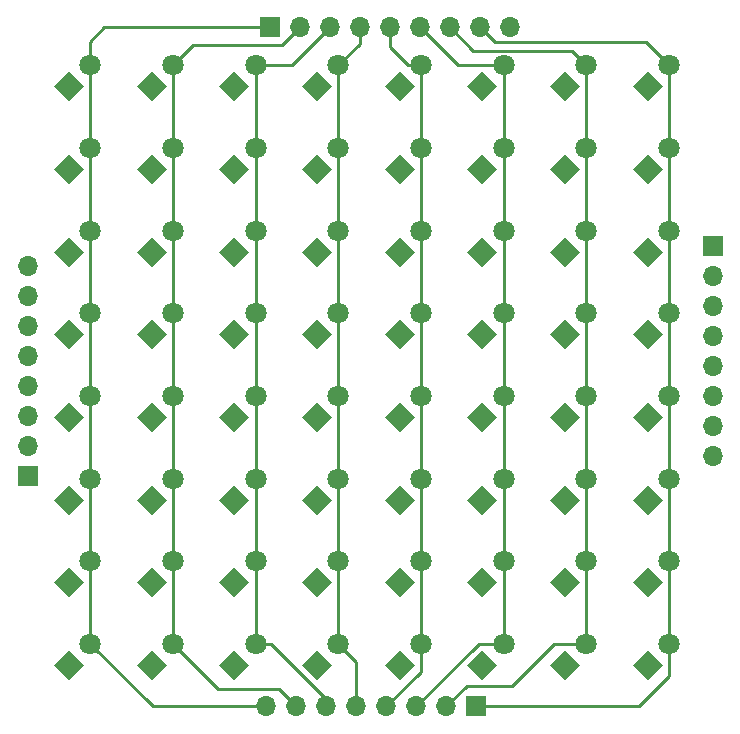
<source format=gbr>
%TF.GenerationSoftware,KiCad,Pcbnew,(5.1.6)-1*%
%TF.CreationDate,2020-05-26T21:01:59-04:00*%
%TF.ProjectId,ArduinoLife2_Display,41726475-696e-46f4-9c69-6665325f4469,rev?*%
%TF.SameCoordinates,Original*%
%TF.FileFunction,Copper,L1,Top*%
%TF.FilePolarity,Positive*%
%FSLAX46Y46*%
G04 Gerber Fmt 4.6, Leading zero omitted, Abs format (unit mm)*
G04 Created by KiCad (PCBNEW (5.1.6)-1) date 2020-05-26 21:01:59*
%MOMM*%
%LPD*%
G01*
G04 APERTURE LIST*
%TA.AperFunction,ComponentPad*%
%ADD10O,1.700000X1.700000*%
%TD*%
%TA.AperFunction,ComponentPad*%
%ADD11R,1.700000X1.700000*%
%TD*%
%TA.AperFunction,ComponentPad*%
%ADD12C,0.100000*%
%TD*%
%TA.AperFunction,ComponentPad*%
%ADD13C,1.800000*%
%TD*%
%TA.AperFunction,Conductor*%
%ADD14C,0.250000*%
%TD*%
G04 APERTURE END LIST*
D10*
%TO.P,J1,9*%
%TO.N,N/C*%
X141320000Y-77000000D03*
%TO.P,J1,8*%
%TO.N,/C7*%
X138780000Y-77000000D03*
%TO.P,J1,7*%
%TO.N,/C6*%
X136240000Y-77000000D03*
%TO.P,J1,6*%
%TO.N,/C5*%
X133700000Y-77000000D03*
%TO.P,J1,5*%
%TO.N,/C4*%
X131160000Y-77000000D03*
%TO.P,J1,4*%
%TO.N,/C3*%
X128620000Y-77000000D03*
%TO.P,J1,3*%
%TO.N,/C2*%
X126080000Y-77000000D03*
%TO.P,J1,2*%
%TO.N,/C1*%
X123540000Y-77000000D03*
D11*
%TO.P,J1,1*%
%TO.N,/C0*%
X121000000Y-77000000D03*
%TD*%
%TA.AperFunction,ComponentPad*%
D12*
%TO.P,D1,1*%
%TO.N,/R0*%
G36*
X104000000Y-83272792D02*
G01*
X102727208Y-82000000D01*
X104000000Y-80727208D01*
X105272792Y-82000000D01*
X104000000Y-83272792D01*
G37*
%TD.AperFunction*%
D13*
%TO.P,D1,2*%
%TO.N,/C0*%
X105796051Y-80203949D03*
%TD*%
%TO.P,D2,2*%
%TO.N,/C1*%
X112796051Y-80203949D03*
%TA.AperFunction,ComponentPad*%
D12*
%TO.P,D2,1*%
%TO.N,/R0*%
G36*
X111000000Y-83272792D02*
G01*
X109727208Y-82000000D01*
X111000000Y-80727208D01*
X112272792Y-82000000D01*
X111000000Y-83272792D01*
G37*
%TD.AperFunction*%
%TD*%
%TA.AperFunction,ComponentPad*%
%TO.P,D3,1*%
%TO.N,/R0*%
G36*
X118000000Y-83272792D02*
G01*
X116727208Y-82000000D01*
X118000000Y-80727208D01*
X119272792Y-82000000D01*
X118000000Y-83272792D01*
G37*
%TD.AperFunction*%
D13*
%TO.P,D3,2*%
%TO.N,/C2*%
X119796051Y-80203949D03*
%TD*%
%TO.P,D4,2*%
%TO.N,/C3*%
X126796051Y-80203949D03*
%TA.AperFunction,ComponentPad*%
D12*
%TO.P,D4,1*%
%TO.N,/R0*%
G36*
X125000000Y-83272792D02*
G01*
X123727208Y-82000000D01*
X125000000Y-80727208D01*
X126272792Y-82000000D01*
X125000000Y-83272792D01*
G37*
%TD.AperFunction*%
%TD*%
D13*
%TO.P,D5,2*%
%TO.N,/C4*%
X133796051Y-80203949D03*
%TA.AperFunction,ComponentPad*%
D12*
%TO.P,D5,1*%
%TO.N,/R0*%
G36*
X132000000Y-83272792D02*
G01*
X130727208Y-82000000D01*
X132000000Y-80727208D01*
X133272792Y-82000000D01*
X132000000Y-83272792D01*
G37*
%TD.AperFunction*%
%TD*%
%TA.AperFunction,ComponentPad*%
%TO.P,D6,1*%
%TO.N,/R0*%
G36*
X139000000Y-83272792D02*
G01*
X137727208Y-82000000D01*
X139000000Y-80727208D01*
X140272792Y-82000000D01*
X139000000Y-83272792D01*
G37*
%TD.AperFunction*%
D13*
%TO.P,D6,2*%
%TO.N,/C5*%
X140796051Y-80203949D03*
%TD*%
%TA.AperFunction,ComponentPad*%
D12*
%TO.P,D7,1*%
%TO.N,/R0*%
G36*
X146000000Y-83272792D02*
G01*
X144727208Y-82000000D01*
X146000000Y-80727208D01*
X147272792Y-82000000D01*
X146000000Y-83272792D01*
G37*
%TD.AperFunction*%
D13*
%TO.P,D7,2*%
%TO.N,/C6*%
X147796051Y-80203949D03*
%TD*%
%TO.P,D8,2*%
%TO.N,/C7*%
X154796051Y-80203949D03*
%TA.AperFunction,ComponentPad*%
D12*
%TO.P,D8,1*%
%TO.N,/R0*%
G36*
X153000000Y-83272792D02*
G01*
X151727208Y-82000000D01*
X153000000Y-80727208D01*
X154272792Y-82000000D01*
X153000000Y-83272792D01*
G37*
%TD.AperFunction*%
%TD*%
%TA.AperFunction,ComponentPad*%
%TO.P,D9,1*%
%TO.N,/R1*%
G36*
X104000000Y-90272792D02*
G01*
X102727208Y-89000000D01*
X104000000Y-87727208D01*
X105272792Y-89000000D01*
X104000000Y-90272792D01*
G37*
%TD.AperFunction*%
D13*
%TO.P,D9,2*%
%TO.N,/C0*%
X105796051Y-87203949D03*
%TD*%
%TO.P,D10,2*%
%TO.N,/C1*%
X112796051Y-87203949D03*
%TA.AperFunction,ComponentPad*%
D12*
%TO.P,D10,1*%
%TO.N,/R1*%
G36*
X111000000Y-90272792D02*
G01*
X109727208Y-89000000D01*
X111000000Y-87727208D01*
X112272792Y-89000000D01*
X111000000Y-90272792D01*
G37*
%TD.AperFunction*%
%TD*%
%TA.AperFunction,ComponentPad*%
%TO.P,D11,1*%
%TO.N,/R1*%
G36*
X118000000Y-90272792D02*
G01*
X116727208Y-89000000D01*
X118000000Y-87727208D01*
X119272792Y-89000000D01*
X118000000Y-90272792D01*
G37*
%TD.AperFunction*%
D13*
%TO.P,D11,2*%
%TO.N,/C2*%
X119796051Y-87203949D03*
%TD*%
%TO.P,D12,2*%
%TO.N,/C3*%
X126796051Y-87203949D03*
%TA.AperFunction,ComponentPad*%
D12*
%TO.P,D12,1*%
%TO.N,/R1*%
G36*
X125000000Y-90272792D02*
G01*
X123727208Y-89000000D01*
X125000000Y-87727208D01*
X126272792Y-89000000D01*
X125000000Y-90272792D01*
G37*
%TD.AperFunction*%
%TD*%
%TA.AperFunction,ComponentPad*%
%TO.P,D13,1*%
%TO.N,/R1*%
G36*
X132000000Y-90272792D02*
G01*
X130727208Y-89000000D01*
X132000000Y-87727208D01*
X133272792Y-89000000D01*
X132000000Y-90272792D01*
G37*
%TD.AperFunction*%
D13*
%TO.P,D13,2*%
%TO.N,/C4*%
X133796051Y-87203949D03*
%TD*%
%TO.P,D14,2*%
%TO.N,/C5*%
X140796051Y-87203949D03*
%TA.AperFunction,ComponentPad*%
D12*
%TO.P,D14,1*%
%TO.N,/R1*%
G36*
X139000000Y-90272792D02*
G01*
X137727208Y-89000000D01*
X139000000Y-87727208D01*
X140272792Y-89000000D01*
X139000000Y-90272792D01*
G37*
%TD.AperFunction*%
%TD*%
%TA.AperFunction,ComponentPad*%
%TO.P,D15,1*%
%TO.N,/R1*%
G36*
X146000000Y-90272792D02*
G01*
X144727208Y-89000000D01*
X146000000Y-87727208D01*
X147272792Y-89000000D01*
X146000000Y-90272792D01*
G37*
%TD.AperFunction*%
D13*
%TO.P,D15,2*%
%TO.N,/C6*%
X147796051Y-87203949D03*
%TD*%
%TO.P,D16,2*%
%TO.N,/C7*%
X154796051Y-87203949D03*
%TA.AperFunction,ComponentPad*%
D12*
%TO.P,D16,1*%
%TO.N,/R1*%
G36*
X153000000Y-90272792D02*
G01*
X151727208Y-89000000D01*
X153000000Y-87727208D01*
X154272792Y-89000000D01*
X153000000Y-90272792D01*
G37*
%TD.AperFunction*%
%TD*%
%TA.AperFunction,ComponentPad*%
%TO.P,D17,1*%
%TO.N,/R2*%
G36*
X104000000Y-97272792D02*
G01*
X102727208Y-96000000D01*
X104000000Y-94727208D01*
X105272792Y-96000000D01*
X104000000Y-97272792D01*
G37*
%TD.AperFunction*%
D13*
%TO.P,D17,2*%
%TO.N,/C0*%
X105796051Y-94203949D03*
%TD*%
%TO.P,D18,2*%
%TO.N,/C1*%
X112796051Y-94203949D03*
%TA.AperFunction,ComponentPad*%
D12*
%TO.P,D18,1*%
%TO.N,/R2*%
G36*
X111000000Y-97272792D02*
G01*
X109727208Y-96000000D01*
X111000000Y-94727208D01*
X112272792Y-96000000D01*
X111000000Y-97272792D01*
G37*
%TD.AperFunction*%
%TD*%
%TA.AperFunction,ComponentPad*%
%TO.P,D19,1*%
%TO.N,/R2*%
G36*
X118000000Y-97272792D02*
G01*
X116727208Y-96000000D01*
X118000000Y-94727208D01*
X119272792Y-96000000D01*
X118000000Y-97272792D01*
G37*
%TD.AperFunction*%
D13*
%TO.P,D19,2*%
%TO.N,/C2*%
X119796051Y-94203949D03*
%TD*%
%TO.P,D20,2*%
%TO.N,/C3*%
X126796051Y-94203949D03*
%TA.AperFunction,ComponentPad*%
D12*
%TO.P,D20,1*%
%TO.N,/R2*%
G36*
X125000000Y-97272792D02*
G01*
X123727208Y-96000000D01*
X125000000Y-94727208D01*
X126272792Y-96000000D01*
X125000000Y-97272792D01*
G37*
%TD.AperFunction*%
%TD*%
D13*
%TO.P,D21,2*%
%TO.N,/C4*%
X133796051Y-94203949D03*
%TA.AperFunction,ComponentPad*%
D12*
%TO.P,D21,1*%
%TO.N,/R2*%
G36*
X132000000Y-97272792D02*
G01*
X130727208Y-96000000D01*
X132000000Y-94727208D01*
X133272792Y-96000000D01*
X132000000Y-97272792D01*
G37*
%TD.AperFunction*%
%TD*%
%TA.AperFunction,ComponentPad*%
%TO.P,D22,1*%
%TO.N,/R2*%
G36*
X139000000Y-97272792D02*
G01*
X137727208Y-96000000D01*
X139000000Y-94727208D01*
X140272792Y-96000000D01*
X139000000Y-97272792D01*
G37*
%TD.AperFunction*%
D13*
%TO.P,D22,2*%
%TO.N,/C5*%
X140796051Y-94203949D03*
%TD*%
%TA.AperFunction,ComponentPad*%
D12*
%TO.P,D23,1*%
%TO.N,/R2*%
G36*
X146000000Y-97272792D02*
G01*
X144727208Y-96000000D01*
X146000000Y-94727208D01*
X147272792Y-96000000D01*
X146000000Y-97272792D01*
G37*
%TD.AperFunction*%
D13*
%TO.P,D23,2*%
%TO.N,/C6*%
X147796051Y-94203949D03*
%TD*%
%TO.P,D24,2*%
%TO.N,/C7*%
X154796051Y-94203949D03*
%TA.AperFunction,ComponentPad*%
D12*
%TO.P,D24,1*%
%TO.N,/R2*%
G36*
X153000000Y-97272792D02*
G01*
X151727208Y-96000000D01*
X153000000Y-94727208D01*
X154272792Y-96000000D01*
X153000000Y-97272792D01*
G37*
%TD.AperFunction*%
%TD*%
%TA.AperFunction,ComponentPad*%
%TO.P,D25,1*%
%TO.N,/R3*%
G36*
X104000000Y-104272792D02*
G01*
X102727208Y-103000000D01*
X104000000Y-101727208D01*
X105272792Y-103000000D01*
X104000000Y-104272792D01*
G37*
%TD.AperFunction*%
D13*
%TO.P,D25,2*%
%TO.N,/C0*%
X105796051Y-101203949D03*
%TD*%
%TO.P,D26,2*%
%TO.N,/C1*%
X112796051Y-101203949D03*
%TA.AperFunction,ComponentPad*%
D12*
%TO.P,D26,1*%
%TO.N,/R3*%
G36*
X111000000Y-104272792D02*
G01*
X109727208Y-103000000D01*
X111000000Y-101727208D01*
X112272792Y-103000000D01*
X111000000Y-104272792D01*
G37*
%TD.AperFunction*%
%TD*%
%TA.AperFunction,ComponentPad*%
%TO.P,D27,1*%
%TO.N,/R3*%
G36*
X118000000Y-104272792D02*
G01*
X116727208Y-103000000D01*
X118000000Y-101727208D01*
X119272792Y-103000000D01*
X118000000Y-104272792D01*
G37*
%TD.AperFunction*%
D13*
%TO.P,D27,2*%
%TO.N,/C2*%
X119796051Y-101203949D03*
%TD*%
%TA.AperFunction,ComponentPad*%
D12*
%TO.P,D28,1*%
%TO.N,/R3*%
G36*
X125000000Y-104272792D02*
G01*
X123727208Y-103000000D01*
X125000000Y-101727208D01*
X126272792Y-103000000D01*
X125000000Y-104272792D01*
G37*
%TD.AperFunction*%
D13*
%TO.P,D28,2*%
%TO.N,/C3*%
X126796051Y-101203949D03*
%TD*%
%TA.AperFunction,ComponentPad*%
D12*
%TO.P,D29,1*%
%TO.N,/R3*%
G36*
X132000000Y-104272792D02*
G01*
X130727208Y-103000000D01*
X132000000Y-101727208D01*
X133272792Y-103000000D01*
X132000000Y-104272792D01*
G37*
%TD.AperFunction*%
D13*
%TO.P,D29,2*%
%TO.N,/C4*%
X133796051Y-101203949D03*
%TD*%
%TO.P,D30,2*%
%TO.N,/C5*%
X140796051Y-101203949D03*
%TA.AperFunction,ComponentPad*%
D12*
%TO.P,D30,1*%
%TO.N,/R3*%
G36*
X139000000Y-104272792D02*
G01*
X137727208Y-103000000D01*
X139000000Y-101727208D01*
X140272792Y-103000000D01*
X139000000Y-104272792D01*
G37*
%TD.AperFunction*%
%TD*%
%TA.AperFunction,ComponentPad*%
%TO.P,D31,1*%
%TO.N,/R3*%
G36*
X146000000Y-104272792D02*
G01*
X144727208Y-103000000D01*
X146000000Y-101727208D01*
X147272792Y-103000000D01*
X146000000Y-104272792D01*
G37*
%TD.AperFunction*%
D13*
%TO.P,D31,2*%
%TO.N,/C6*%
X147796051Y-101203949D03*
%TD*%
%TO.P,D32,2*%
%TO.N,/C7*%
X154796051Y-101203949D03*
%TA.AperFunction,ComponentPad*%
D12*
%TO.P,D32,1*%
%TO.N,/R3*%
G36*
X153000000Y-104272792D02*
G01*
X151727208Y-103000000D01*
X153000000Y-101727208D01*
X154272792Y-103000000D01*
X153000000Y-104272792D01*
G37*
%TD.AperFunction*%
%TD*%
%TA.AperFunction,ComponentPad*%
%TO.P,D33,1*%
%TO.N,/R4*%
G36*
X104000000Y-111272792D02*
G01*
X102727208Y-110000000D01*
X104000000Y-108727208D01*
X105272792Y-110000000D01*
X104000000Y-111272792D01*
G37*
%TD.AperFunction*%
D13*
%TO.P,D33,2*%
%TO.N,/C0*%
X105796051Y-108203949D03*
%TD*%
%TO.P,D34,2*%
%TO.N,/C1*%
X112796051Y-108203949D03*
%TA.AperFunction,ComponentPad*%
D12*
%TO.P,D34,1*%
%TO.N,/R4*%
G36*
X111000000Y-111272792D02*
G01*
X109727208Y-110000000D01*
X111000000Y-108727208D01*
X112272792Y-110000000D01*
X111000000Y-111272792D01*
G37*
%TD.AperFunction*%
%TD*%
%TA.AperFunction,ComponentPad*%
%TO.P,D35,1*%
%TO.N,/R4*%
G36*
X118000000Y-111272792D02*
G01*
X116727208Y-110000000D01*
X118000000Y-108727208D01*
X119272792Y-110000000D01*
X118000000Y-111272792D01*
G37*
%TD.AperFunction*%
D13*
%TO.P,D35,2*%
%TO.N,/C2*%
X119796051Y-108203949D03*
%TD*%
%TO.P,D36,2*%
%TO.N,/C3*%
X126796051Y-108203949D03*
%TA.AperFunction,ComponentPad*%
D12*
%TO.P,D36,1*%
%TO.N,/R4*%
G36*
X125000000Y-111272792D02*
G01*
X123727208Y-110000000D01*
X125000000Y-108727208D01*
X126272792Y-110000000D01*
X125000000Y-111272792D01*
G37*
%TD.AperFunction*%
%TD*%
D13*
%TO.P,D37,2*%
%TO.N,/C4*%
X133796051Y-108203949D03*
%TA.AperFunction,ComponentPad*%
D12*
%TO.P,D37,1*%
%TO.N,/R4*%
G36*
X132000000Y-111272792D02*
G01*
X130727208Y-110000000D01*
X132000000Y-108727208D01*
X133272792Y-110000000D01*
X132000000Y-111272792D01*
G37*
%TD.AperFunction*%
%TD*%
D13*
%TO.P,D38,2*%
%TO.N,/C5*%
X140796051Y-108203949D03*
%TA.AperFunction,ComponentPad*%
D12*
%TO.P,D38,1*%
%TO.N,/R4*%
G36*
X139000000Y-111272792D02*
G01*
X137727208Y-110000000D01*
X139000000Y-108727208D01*
X140272792Y-110000000D01*
X139000000Y-111272792D01*
G37*
%TD.AperFunction*%
%TD*%
%TA.AperFunction,ComponentPad*%
%TO.P,D39,1*%
%TO.N,/R4*%
G36*
X146000000Y-111272792D02*
G01*
X144727208Y-110000000D01*
X146000000Y-108727208D01*
X147272792Y-110000000D01*
X146000000Y-111272792D01*
G37*
%TD.AperFunction*%
D13*
%TO.P,D39,2*%
%TO.N,/C6*%
X147796051Y-108203949D03*
%TD*%
%TO.P,D40,2*%
%TO.N,/C7*%
X154796051Y-108203949D03*
%TA.AperFunction,ComponentPad*%
D12*
%TO.P,D40,1*%
%TO.N,/R4*%
G36*
X153000000Y-111272792D02*
G01*
X151727208Y-110000000D01*
X153000000Y-108727208D01*
X154272792Y-110000000D01*
X153000000Y-111272792D01*
G37*
%TD.AperFunction*%
%TD*%
%TA.AperFunction,ComponentPad*%
%TO.P,D41,1*%
%TO.N,/R5*%
G36*
X104000000Y-118272792D02*
G01*
X102727208Y-117000000D01*
X104000000Y-115727208D01*
X105272792Y-117000000D01*
X104000000Y-118272792D01*
G37*
%TD.AperFunction*%
D13*
%TO.P,D41,2*%
%TO.N,/C0*%
X105796051Y-115203949D03*
%TD*%
%TO.P,D42,2*%
%TO.N,/C1*%
X112796051Y-115203949D03*
%TA.AperFunction,ComponentPad*%
D12*
%TO.P,D42,1*%
%TO.N,/R5*%
G36*
X111000000Y-118272792D02*
G01*
X109727208Y-117000000D01*
X111000000Y-115727208D01*
X112272792Y-117000000D01*
X111000000Y-118272792D01*
G37*
%TD.AperFunction*%
%TD*%
%TA.AperFunction,ComponentPad*%
%TO.P,D43,1*%
%TO.N,/R5*%
G36*
X118000000Y-118272792D02*
G01*
X116727208Y-117000000D01*
X118000000Y-115727208D01*
X119272792Y-117000000D01*
X118000000Y-118272792D01*
G37*
%TD.AperFunction*%
D13*
%TO.P,D43,2*%
%TO.N,/C2*%
X119796051Y-115203949D03*
%TD*%
%TO.P,D44,2*%
%TO.N,/C3*%
X126796051Y-115203949D03*
%TA.AperFunction,ComponentPad*%
D12*
%TO.P,D44,1*%
%TO.N,/R5*%
G36*
X125000000Y-118272792D02*
G01*
X123727208Y-117000000D01*
X125000000Y-115727208D01*
X126272792Y-117000000D01*
X125000000Y-118272792D01*
G37*
%TD.AperFunction*%
%TD*%
%TA.AperFunction,ComponentPad*%
%TO.P,D45,1*%
%TO.N,/R5*%
G36*
X132000000Y-118272792D02*
G01*
X130727208Y-117000000D01*
X132000000Y-115727208D01*
X133272792Y-117000000D01*
X132000000Y-118272792D01*
G37*
%TD.AperFunction*%
D13*
%TO.P,D45,2*%
%TO.N,/C4*%
X133796051Y-115203949D03*
%TD*%
%TO.P,D46,2*%
%TO.N,/C5*%
X140796051Y-115203949D03*
%TA.AperFunction,ComponentPad*%
D12*
%TO.P,D46,1*%
%TO.N,/R5*%
G36*
X139000000Y-118272792D02*
G01*
X137727208Y-117000000D01*
X139000000Y-115727208D01*
X140272792Y-117000000D01*
X139000000Y-118272792D01*
G37*
%TD.AperFunction*%
%TD*%
%TA.AperFunction,ComponentPad*%
%TO.P,D47,1*%
%TO.N,/R5*%
G36*
X146000000Y-118272792D02*
G01*
X144727208Y-117000000D01*
X146000000Y-115727208D01*
X147272792Y-117000000D01*
X146000000Y-118272792D01*
G37*
%TD.AperFunction*%
D13*
%TO.P,D47,2*%
%TO.N,/C6*%
X147796051Y-115203949D03*
%TD*%
%TO.P,D48,2*%
%TO.N,/C7*%
X154796051Y-115203949D03*
%TA.AperFunction,ComponentPad*%
D12*
%TO.P,D48,1*%
%TO.N,/R5*%
G36*
X153000000Y-118272792D02*
G01*
X151727208Y-117000000D01*
X153000000Y-115727208D01*
X154272792Y-117000000D01*
X153000000Y-118272792D01*
G37*
%TD.AperFunction*%
%TD*%
%TA.AperFunction,ComponentPad*%
%TO.P,D49,1*%
%TO.N,/R6*%
G36*
X104000000Y-125272792D02*
G01*
X102727208Y-124000000D01*
X104000000Y-122727208D01*
X105272792Y-124000000D01*
X104000000Y-125272792D01*
G37*
%TD.AperFunction*%
D13*
%TO.P,D49,2*%
%TO.N,/C0*%
X105796051Y-122203949D03*
%TD*%
%TO.P,D50,2*%
%TO.N,/C1*%
X112796051Y-122203949D03*
%TA.AperFunction,ComponentPad*%
D12*
%TO.P,D50,1*%
%TO.N,/R6*%
G36*
X111000000Y-125272792D02*
G01*
X109727208Y-124000000D01*
X111000000Y-122727208D01*
X112272792Y-124000000D01*
X111000000Y-125272792D01*
G37*
%TD.AperFunction*%
%TD*%
%TA.AperFunction,ComponentPad*%
%TO.P,D51,1*%
%TO.N,/R6*%
G36*
X118000000Y-125272792D02*
G01*
X116727208Y-124000000D01*
X118000000Y-122727208D01*
X119272792Y-124000000D01*
X118000000Y-125272792D01*
G37*
%TD.AperFunction*%
D13*
%TO.P,D51,2*%
%TO.N,/C2*%
X119796051Y-122203949D03*
%TD*%
%TO.P,D52,2*%
%TO.N,/C3*%
X126796051Y-122203949D03*
%TA.AperFunction,ComponentPad*%
D12*
%TO.P,D52,1*%
%TO.N,/R6*%
G36*
X125000000Y-125272792D02*
G01*
X123727208Y-124000000D01*
X125000000Y-122727208D01*
X126272792Y-124000000D01*
X125000000Y-125272792D01*
G37*
%TD.AperFunction*%
%TD*%
%TA.AperFunction,ComponentPad*%
%TO.P,D53,1*%
%TO.N,/R6*%
G36*
X132000000Y-125272792D02*
G01*
X130727208Y-124000000D01*
X132000000Y-122727208D01*
X133272792Y-124000000D01*
X132000000Y-125272792D01*
G37*
%TD.AperFunction*%
D13*
%TO.P,D53,2*%
%TO.N,/C4*%
X133796051Y-122203949D03*
%TD*%
%TO.P,D54,2*%
%TO.N,/C5*%
X140796051Y-122203949D03*
%TA.AperFunction,ComponentPad*%
D12*
%TO.P,D54,1*%
%TO.N,/R6*%
G36*
X139000000Y-125272792D02*
G01*
X137727208Y-124000000D01*
X139000000Y-122727208D01*
X140272792Y-124000000D01*
X139000000Y-125272792D01*
G37*
%TD.AperFunction*%
%TD*%
%TA.AperFunction,ComponentPad*%
%TO.P,D55,1*%
%TO.N,/R6*%
G36*
X146000000Y-125272792D02*
G01*
X144727208Y-124000000D01*
X146000000Y-122727208D01*
X147272792Y-124000000D01*
X146000000Y-125272792D01*
G37*
%TD.AperFunction*%
D13*
%TO.P,D55,2*%
%TO.N,/C6*%
X147796051Y-122203949D03*
%TD*%
%TO.P,D56,2*%
%TO.N,/C7*%
X154796051Y-122203949D03*
%TA.AperFunction,ComponentPad*%
D12*
%TO.P,D56,1*%
%TO.N,/R6*%
G36*
X153000000Y-125272792D02*
G01*
X151727208Y-124000000D01*
X153000000Y-122727208D01*
X154272792Y-124000000D01*
X153000000Y-125272792D01*
G37*
%TD.AperFunction*%
%TD*%
%TA.AperFunction,ComponentPad*%
%TO.P,D57,1*%
%TO.N,/R7*%
G36*
X104000000Y-132272792D02*
G01*
X102727208Y-131000000D01*
X104000000Y-129727208D01*
X105272792Y-131000000D01*
X104000000Y-132272792D01*
G37*
%TD.AperFunction*%
D13*
%TO.P,D57,2*%
%TO.N,/C0*%
X105796051Y-129203949D03*
%TD*%
%TO.P,D58,2*%
%TO.N,/C1*%
X112796051Y-129203949D03*
%TA.AperFunction,ComponentPad*%
D12*
%TO.P,D58,1*%
%TO.N,/R7*%
G36*
X111000000Y-132272792D02*
G01*
X109727208Y-131000000D01*
X111000000Y-129727208D01*
X112272792Y-131000000D01*
X111000000Y-132272792D01*
G37*
%TD.AperFunction*%
%TD*%
%TA.AperFunction,ComponentPad*%
%TO.P,D59,1*%
%TO.N,/R7*%
G36*
X118000000Y-132272792D02*
G01*
X116727208Y-131000000D01*
X118000000Y-129727208D01*
X119272792Y-131000000D01*
X118000000Y-132272792D01*
G37*
%TD.AperFunction*%
D13*
%TO.P,D59,2*%
%TO.N,/C2*%
X119796051Y-129203949D03*
%TD*%
%TO.P,D60,2*%
%TO.N,/C3*%
X126796051Y-129203949D03*
%TA.AperFunction,ComponentPad*%
D12*
%TO.P,D60,1*%
%TO.N,/R7*%
G36*
X125000000Y-132272792D02*
G01*
X123727208Y-131000000D01*
X125000000Y-129727208D01*
X126272792Y-131000000D01*
X125000000Y-132272792D01*
G37*
%TD.AperFunction*%
%TD*%
%TA.AperFunction,ComponentPad*%
%TO.P,D61,1*%
%TO.N,/R7*%
G36*
X132000000Y-132272792D02*
G01*
X130727208Y-131000000D01*
X132000000Y-129727208D01*
X133272792Y-131000000D01*
X132000000Y-132272792D01*
G37*
%TD.AperFunction*%
D13*
%TO.P,D61,2*%
%TO.N,/C4*%
X133796051Y-129203949D03*
%TD*%
%TO.P,D62,2*%
%TO.N,/C5*%
X140796051Y-129203949D03*
%TA.AperFunction,ComponentPad*%
D12*
%TO.P,D62,1*%
%TO.N,/R7*%
G36*
X139000000Y-132272792D02*
G01*
X137727208Y-131000000D01*
X139000000Y-129727208D01*
X140272792Y-131000000D01*
X139000000Y-132272792D01*
G37*
%TD.AperFunction*%
%TD*%
%TA.AperFunction,ComponentPad*%
%TO.P,D63,1*%
%TO.N,/R7*%
G36*
X146000000Y-132272792D02*
G01*
X144727208Y-131000000D01*
X146000000Y-129727208D01*
X147272792Y-131000000D01*
X146000000Y-132272792D01*
G37*
%TD.AperFunction*%
D13*
%TO.P,D63,2*%
%TO.N,/C6*%
X147796051Y-129203949D03*
%TD*%
%TO.P,D64,2*%
%TO.N,/C7*%
X154796051Y-129203949D03*
%TA.AperFunction,ComponentPad*%
D12*
%TO.P,D64,1*%
%TO.N,/R7*%
G36*
X153000000Y-132272792D02*
G01*
X151727208Y-131000000D01*
X153000000Y-129727208D01*
X154272792Y-131000000D01*
X153000000Y-132272792D01*
G37*
%TD.AperFunction*%
%TD*%
D11*
%TO.P,J2,1*%
%TO.N,/R0*%
X158500000Y-95500000D03*
D10*
%TO.P,J2,2*%
%TO.N,/R1*%
X158500000Y-98040000D03*
%TO.P,J2,3*%
%TO.N,/R2*%
X158500000Y-100580000D03*
%TO.P,J2,4*%
%TO.N,/R3*%
X158500000Y-103120000D03*
%TO.P,J2,5*%
%TO.N,/R4*%
X158500000Y-105660000D03*
%TO.P,J2,6*%
%TO.N,/R5*%
X158500000Y-108200000D03*
%TO.P,J2,7*%
%TO.N,/R6*%
X158500000Y-110740000D03*
%TO.P,J2,8*%
%TO.N,/R7*%
X158500000Y-113280000D03*
%TD*%
%TO.P,J3,8*%
%TO.N,/R0*%
X100500000Y-97220000D03*
%TO.P,J3,7*%
%TO.N,/R1*%
X100500000Y-99760000D03*
%TO.P,J3,6*%
%TO.N,/R2*%
X100500000Y-102300000D03*
%TO.P,J3,5*%
%TO.N,/R3*%
X100500000Y-104840000D03*
%TO.P,J3,4*%
%TO.N,/R4*%
X100500000Y-107380000D03*
%TO.P,J3,3*%
%TO.N,/R5*%
X100500000Y-109920000D03*
%TO.P,J3,2*%
%TO.N,/R6*%
X100500000Y-112460000D03*
D11*
%TO.P,J3,1*%
%TO.N,/R7*%
X100500000Y-115000000D03*
%TD*%
D10*
%TO.P,J4,8*%
%TO.N,/C0*%
X120720000Y-134500000D03*
%TO.P,J4,7*%
%TO.N,/C1*%
X123260000Y-134500000D03*
%TO.P,J4,6*%
%TO.N,/C2*%
X125800000Y-134500000D03*
%TO.P,J4,5*%
%TO.N,/C3*%
X128340000Y-134500000D03*
%TO.P,J4,4*%
%TO.N,/C4*%
X130880000Y-134500000D03*
%TO.P,J4,3*%
%TO.N,/C5*%
X133420000Y-134500000D03*
%TO.P,J4,2*%
%TO.N,/C6*%
X135960000Y-134500000D03*
D11*
%TO.P,J4,1*%
%TO.N,/C7*%
X138500000Y-134500000D03*
%TD*%
D14*
%TO.N,/C0*%
X105796051Y-80203949D02*
X105796051Y-78203949D01*
X107000000Y-77000000D02*
X121000000Y-77000000D01*
X105796051Y-78203949D02*
X107000000Y-77000000D01*
X111092102Y-134500000D02*
X105796051Y-129203949D01*
X120720000Y-134500000D02*
X111092102Y-134500000D01*
X105796051Y-129203949D02*
X105796051Y-80203949D01*
%TO.N,/C1*%
X112796051Y-80203949D02*
X114500000Y-78500000D01*
X122040000Y-78500000D02*
X123540000Y-77000000D01*
X114500000Y-78500000D02*
X122040000Y-78500000D01*
X123260000Y-134500000D02*
X121760000Y-133000000D01*
X116592102Y-133000000D02*
X112796051Y-129203949D01*
X121760000Y-133000000D02*
X116592102Y-133000000D01*
X112796051Y-120528479D02*
X112796051Y-129203949D01*
X112796051Y-80203949D02*
X112796051Y-120528479D01*
%TO.N,/C2*%
X122876051Y-80203949D02*
X126080000Y-77000000D01*
X119796051Y-80203949D02*
X122876051Y-80203949D01*
X121103949Y-129203949D02*
X119796051Y-129203949D01*
X125800000Y-134500000D02*
X125800000Y-133900000D01*
X125800000Y-133900000D02*
X121103949Y-129203949D01*
X119796051Y-80203949D02*
X119796051Y-129203949D01*
%TO.N,/C3*%
X128620000Y-78380000D02*
X128620000Y-77000000D01*
X126796051Y-80203949D02*
X128620000Y-78380000D01*
X128340000Y-130747898D02*
X126796051Y-129203949D01*
X128340000Y-134500000D02*
X128340000Y-130747898D01*
X126796051Y-80203949D02*
X126796051Y-129203949D01*
%TO.N,/C4*%
X132703949Y-80203949D02*
X133796051Y-80203949D01*
X131160000Y-77000000D02*
X131160000Y-78660000D01*
X131160000Y-78660000D02*
X132703949Y-80203949D01*
X133796051Y-131583949D02*
X133796051Y-129203949D01*
X130880000Y-134500000D02*
X133796051Y-131583949D01*
X133796051Y-80203949D02*
X133796051Y-129203949D01*
%TO.N,/C5*%
X136903949Y-80203949D02*
X140796051Y-80203949D01*
X133700000Y-77000000D02*
X136903949Y-80203949D01*
X138716051Y-129203949D02*
X140796051Y-129203949D01*
X133420000Y-134500000D02*
X138716051Y-129203949D01*
X140796051Y-80203949D02*
X140796051Y-129203949D01*
%TO.N,/C6*%
X136240000Y-77000000D02*
X138240000Y-79000000D01*
X146571050Y-78978948D02*
X147796051Y-80203949D01*
X138261052Y-78978948D02*
X146571050Y-78978948D01*
X138240000Y-79000000D02*
X138261052Y-78978948D01*
X135960000Y-134500000D02*
X137710000Y-132750000D01*
X137710000Y-132750000D02*
X141500000Y-132750000D01*
X145046051Y-129203949D02*
X147796051Y-129203949D01*
X141500000Y-132750000D02*
X145046051Y-129203949D01*
X147796051Y-80203949D02*
X147796051Y-129203949D01*
%TO.N,/C7*%
X152842102Y-78250000D02*
X154796051Y-80203949D01*
X138780000Y-77000000D02*
X140030000Y-78250000D01*
X140030000Y-78250000D02*
X152842102Y-78250000D01*
X154796051Y-131953949D02*
X154796051Y-129203949D01*
X138500000Y-134500000D02*
X152250000Y-134500000D01*
X152250000Y-134500000D02*
X154796051Y-131953949D01*
X154796051Y-80203949D02*
X154796051Y-129203949D01*
%TD*%
M02*

</source>
